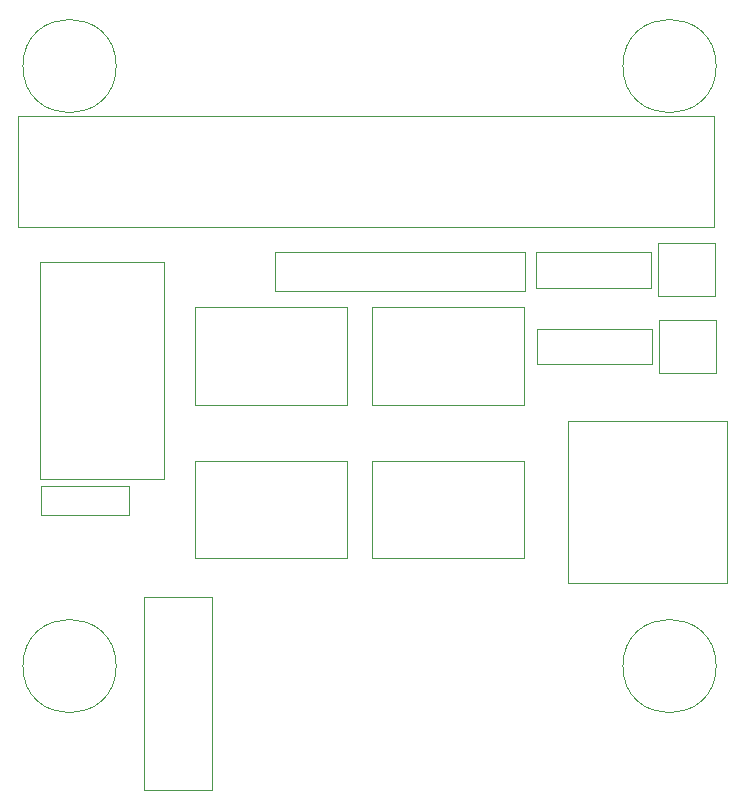
<source format=gbr>
G04 #@! TF.GenerationSoftware,KiCad,Pcbnew,(5.1.5)-3*
G04 #@! TF.CreationDate,2020-01-09T09:51:01-05:00*
G04 #@! TF.ProjectId,Four_Out,466f7572-5f4f-4757-942e-6b696361645f,v2*
G04 #@! TF.SameCoordinates,Original*
G04 #@! TF.FileFunction,Other,User*
%FSLAX46Y46*%
G04 Gerber Fmt 4.6, Leading zero omitted, Abs format (unit mm)*
G04 Created by KiCad (PCBNEW (5.1.5)-3) date 2020-01-09 09:51:01*
%MOMM*%
%LPD*%
G04 APERTURE LIST*
%ADD10C,0.050000*%
G04 APERTURE END LIST*
D10*
X77801000Y-126967800D02*
X70301000Y-126967800D01*
X77801000Y-129467800D02*
X77801000Y-126967800D01*
X70301000Y-129467800D02*
X77801000Y-129467800D01*
X70301000Y-126967800D02*
X70301000Y-129467800D01*
X114901000Y-121487800D02*
X114901000Y-135197800D01*
X128401000Y-121487800D02*
X114901000Y-121487800D01*
X128401000Y-135197800D02*
X128401000Y-121487800D01*
X114901000Y-135197800D02*
X128401000Y-135197800D01*
X70201000Y-126417800D02*
X80751000Y-126417800D01*
X70201000Y-108067800D02*
X70201000Y-126417800D01*
X80751000Y-108067800D02*
X70201000Y-108067800D01*
X80751000Y-126417800D02*
X80751000Y-108067800D01*
X127481000Y-91439800D02*
G75*
G03X127481000Y-91439800I-3950000J0D01*
G01*
X76681000Y-91439800D02*
G75*
G03X76681000Y-91439800I-3950000J0D01*
G01*
X127481000Y-142239800D02*
G75*
G03X127481000Y-142239800I-3950000J0D01*
G01*
X76681000Y-142239800D02*
G75*
G03X76681000Y-142239800I-3950000J0D01*
G01*
X121945000Y-107191800D02*
X112225000Y-107191800D01*
X121945000Y-110191800D02*
X121945000Y-107191800D01*
X112225000Y-110191800D02*
X121945000Y-110191800D01*
X112225000Y-107191800D02*
X112225000Y-110191800D01*
X127501000Y-112917800D02*
X122651000Y-112917800D01*
X127501000Y-117417800D02*
X127501000Y-112917800D01*
X122651000Y-117417800D02*
X127501000Y-117417800D01*
X122651000Y-112917800D02*
X122651000Y-117417800D01*
X127389000Y-106441800D02*
X122539000Y-106441800D01*
X127389000Y-110941800D02*
X127389000Y-106441800D01*
X122539000Y-110941800D02*
X127389000Y-110941800D01*
X122539000Y-106441800D02*
X122539000Y-110941800D01*
X122071000Y-113667800D02*
X112351000Y-113667800D01*
X122071000Y-116667800D02*
X122071000Y-113667800D01*
X112351000Y-116667800D02*
X122071000Y-116667800D01*
X112351000Y-113667800D02*
X112351000Y-116667800D01*
X68371000Y-105067800D02*
X68371000Y-95707800D01*
X127331000Y-105067800D02*
X68371000Y-105067800D01*
X127331000Y-95707800D02*
X127331000Y-105067800D01*
X68371000Y-95707800D02*
X127331000Y-95707800D01*
X111250000Y-111850000D02*
X98350000Y-111850000D01*
X111250000Y-120100000D02*
X111250000Y-111850000D01*
X98350000Y-120100000D02*
X111250000Y-120100000D01*
X98350000Y-111850000D02*
X98350000Y-120100000D01*
X79051000Y-136367800D02*
X79051000Y-152767800D01*
X84751000Y-136367800D02*
X79051000Y-136367800D01*
X84751000Y-152767800D02*
X84751000Y-136367800D01*
X79051000Y-152767800D02*
X84751000Y-152767800D01*
X111301000Y-107163600D02*
X90101000Y-107163600D01*
X111301000Y-110463600D02*
X111301000Y-107163600D01*
X90101000Y-110463600D02*
X111301000Y-110463600D01*
X90101000Y-107163600D02*
X90101000Y-110463600D01*
X111250000Y-124850000D02*
X98350000Y-124850000D01*
X111250000Y-133100000D02*
X111250000Y-124850000D01*
X98350000Y-133100000D02*
X111250000Y-133100000D01*
X98350000Y-124850000D02*
X98350000Y-133100000D01*
X96250000Y-124850000D02*
X83350000Y-124850000D01*
X96250000Y-133100000D02*
X96250000Y-124850000D01*
X83350000Y-133100000D02*
X96250000Y-133100000D01*
X83350000Y-124850000D02*
X83350000Y-133100000D01*
X96250000Y-111850000D02*
X83350000Y-111850000D01*
X96250000Y-120100000D02*
X96250000Y-111850000D01*
X83350000Y-120100000D02*
X96250000Y-120100000D01*
X83350000Y-111850000D02*
X83350000Y-120100000D01*
M02*

</source>
